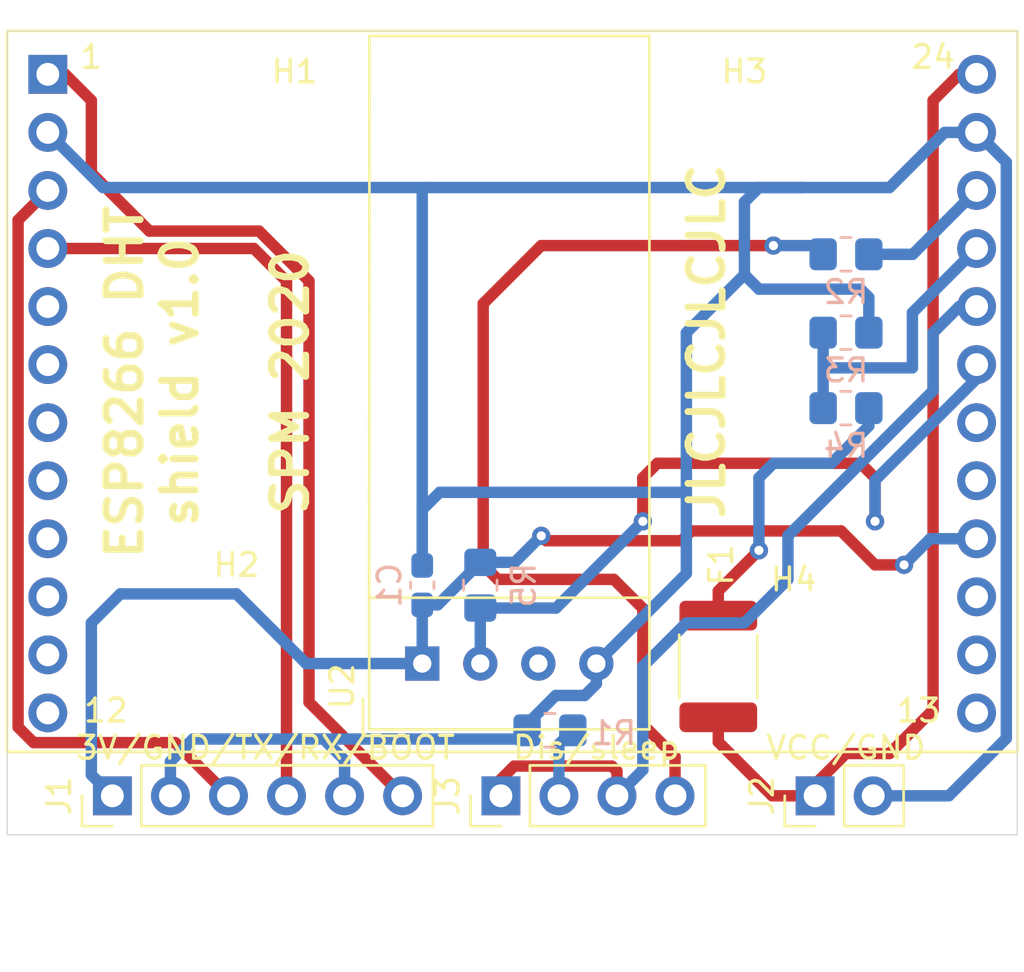
<source format=kicad_pcb>
(kicad_pcb (version 20171130) (host pcbnew 5.1.8)

  (general
    (thickness 1.6)
    (drawings 13)
    (tracks 148)
    (zones 0)
    (modules 16)
    (nets 28)
  )

  (page A4)
  (layers
    (0 F.Cu signal)
    (31 B.Cu signal)
    (32 B.Adhes user)
    (33 F.Adhes user)
    (34 B.Paste user)
    (35 F.Paste user)
    (36 B.SilkS user)
    (37 F.SilkS user)
    (38 B.Mask user)
    (39 F.Mask user)
    (40 Dwgs.User user)
    (41 Cmts.User user)
    (42 Eco1.User user)
    (43 Eco2.User user)
    (44 Edge.Cuts user)
    (45 Margin user)
    (46 B.CrtYd user)
    (47 F.CrtYd user)
    (48 B.Fab user)
    (49 F.Fab user)
  )

  (setup
    (last_trace_width 0.25)
    (user_trace_width 0.5)
    (trace_clearance 0.2)
    (zone_clearance 0.508)
    (zone_45_only no)
    (trace_min 0.2)
    (via_size 0.8)
    (via_drill 0.4)
    (via_min_size 0.4)
    (via_min_drill 0.3)
    (uvia_size 0.3)
    (uvia_drill 0.1)
    (uvias_allowed no)
    (uvia_min_size 0.2)
    (uvia_min_drill 0.1)
    (edge_width 0.05)
    (segment_width 0.2)
    (pcb_text_width 0.3)
    (pcb_text_size 1.5 1.5)
    (mod_edge_width 0.12)
    (mod_text_size 1 1)
    (mod_text_width 0.15)
    (pad_size 1.524 1.524)
    (pad_drill 0.762)
    (pad_to_mask_clearance 0)
    (aux_axis_origin 0 0)
    (visible_elements FFFFFF7F)
    (pcbplotparams
      (layerselection 0x010f0_ffffffff)
      (usegerberextensions true)
      (usegerberattributes true)
      (usegerberadvancedattributes true)
      (creategerberjobfile true)
      (excludeedgelayer true)
      (linewidth 0.100000)
      (plotframeref false)
      (viasonmask false)
      (mode 1)
      (useauxorigin false)
      (hpglpennumber 1)
      (hpglpenspeed 20)
      (hpglpendiameter 15.000000)
      (psnegative false)
      (psa4output false)
      (plotreference true)
      (plotvalue false)
      (plotinvisibletext false)
      (padsonsilk false)
      (subtractmaskfromsilk false)
      (outputformat 1)
      (mirror false)
      (drillshape 0)
      (scaleselection 1)
      (outputdirectory "gerber"))
  )

  (net 0 "")
  (net 1 "Net-(C1-Pad2)")
  (net 2 "Net-(C1-Pad1)")
  (net 3 "Net-(F1-Pad2)")
  (net 4 "Net-(F1-Pad1)")
  (net 5 "Net-(J1-Pad6)")
  (net 6 "Net-(J1-Pad4)")
  (net 7 "Net-(J1-Pad3)")
  (net 8 "Net-(J3-Pad4)")
  (net 9 "Net-(J3-Pad1)")
  (net 10 "Net-(J3-Pad2)")
  (net 11 "Net-(R2-Pad2)")
  (net 12 "Net-(R3-Pad1)")
  (net 13 "Net-(R5-Pad2)")
  (net 14 "Net-(U1-Pad13)")
  (net 15 "Net-(U1-Pad14)")
  (net 16 "Net-(U1-Pad15)")
  (net 17 "Net-(U1-Pad17)")
  (net 18 "Net-(U1-Pad18)")
  (net 19 "Net-(U1-Pad12)")
  (net 20 "Net-(U1-Pad11)")
  (net 21 "Net-(U1-Pad10)")
  (net 22 "Net-(U1-Pad9)")
  (net 23 "Net-(U1-Pad8)")
  (net 24 "Net-(U1-Pad7)")
  (net 25 "Net-(U1-Pad6)")
  (net 26 "Net-(U1-Pad5)")
  (net 27 "Net-(U2-Pad3)")

  (net_class Default "This is the default net class."
    (clearance 0.2)
    (trace_width 0.25)
    (via_dia 0.8)
    (via_drill 0.4)
    (uvia_dia 0.3)
    (uvia_drill 0.1)
    (add_net "Net-(C1-Pad1)")
    (add_net "Net-(C1-Pad2)")
    (add_net "Net-(F1-Pad1)")
    (add_net "Net-(F1-Pad2)")
    (add_net "Net-(J1-Pad3)")
    (add_net "Net-(J1-Pad4)")
    (add_net "Net-(J1-Pad6)")
    (add_net "Net-(J3-Pad1)")
    (add_net "Net-(J3-Pad2)")
    (add_net "Net-(J3-Pad4)")
    (add_net "Net-(R2-Pad2)")
    (add_net "Net-(R3-Pad1)")
    (add_net "Net-(R5-Pad2)")
    (add_net "Net-(U1-Pad10)")
    (add_net "Net-(U1-Pad11)")
    (add_net "Net-(U1-Pad12)")
    (add_net "Net-(U1-Pad13)")
    (add_net "Net-(U1-Pad14)")
    (add_net "Net-(U1-Pad15)")
    (add_net "Net-(U1-Pad17)")
    (add_net "Net-(U1-Pad18)")
    (add_net "Net-(U1-Pad5)")
    (add_net "Net-(U1-Pad6)")
    (add_net "Net-(U1-Pad7)")
    (add_net "Net-(U1-Pad8)")
    (add_net "Net-(U1-Pad9)")
    (add_net "Net-(U2-Pad3)")
  )

  (module Sensor:Aosong_DHT11_5.5x12.0_P2.54mm (layer F.Cu) (tedit 5C4B60CF) (tstamp 5FCF2F90)
    (at 114.808 84.963 90)
    (descr "Temperature and humidity module, http://akizukidenshi.com/download/ds/aosong/DHT11.pdf")
    (tags "Temperature and humidity module")
    (path /5FD4B5A2)
    (fp_text reference U2 (at -1 -3.5 90) (layer F.SilkS)
      (effects (font (size 1 1) (thickness 0.15)))
    )
    (fp_text value DHT11 (at 0 11.3 90) (layer F.Fab)
      (effects (font (size 1 1) (thickness 0.15)))
    )
    (fp_line (start -3.16 -2.6) (end -1.55 -2.6) (layer F.SilkS) (width 0.12))
    (fp_line (start -3.16 -2.6) (end -3.16 -0.6) (layer F.SilkS) (width 0.12))
    (fp_line (start -2.75 -1.19) (end -1.75 -2.19) (layer F.Fab) (width 0.1))
    (fp_line (start -3 10.06) (end -3 -2.44) (layer F.CrtYd) (width 0.05))
    (fp_line (start 3 10.06) (end -3 10.06) (layer F.CrtYd) (width 0.05))
    (fp_line (start 3 -2.44) (end 3 10.06) (layer F.CrtYd) (width 0.05))
    (fp_line (start -3 -2.44) (end 3 -2.44) (layer F.CrtYd) (width 0.05))
    (fp_line (start -2.88 9.94) (end -2.88 -2.31) (layer F.SilkS) (width 0.12))
    (fp_line (start 2.88 9.94) (end -2.88 9.94) (layer F.SilkS) (width 0.12))
    (fp_line (start 2.88 -2.32) (end 2.88 9.94) (layer F.SilkS) (width 0.12))
    (fp_line (start -2.87 -2.32) (end 2.87 -2.32) (layer F.SilkS) (width 0.12))
    (fp_line (start -2.75 -1.19) (end -2.75 9.81) (layer F.Fab) (width 0.1))
    (fp_line (start 2.75 9.81) (end -2.75 9.81) (layer F.Fab) (width 0.1))
    (fp_line (start 2.75 -2.19) (end 2.75 9.81) (layer F.Fab) (width 0.1))
    (fp_line (start -1.75 -2.19) (end 2.75 -2.19) (layer F.Fab) (width 0.1))
    (fp_text user %R (at 0 3.81 90) (layer F.Fab)
      (effects (font (size 1 1) (thickness 0.15)))
    )
    (pad 4 thru_hole circle (at 0 7.62 90) (size 1.5 1.5) (drill 0.8) (layers *.Cu *.Mask)
      (net 2 "Net-(C1-Pad1)"))
    (pad 3 thru_hole circle (at 0 5.08 90) (size 1.5 1.5) (drill 0.8) (layers *.Cu *.Mask)
      (net 27 "Net-(U2-Pad3)"))
    (pad 2 thru_hole circle (at 0 2.54 90) (size 1.5 1.5) (drill 0.8) (layers *.Cu *.Mask)
      (net 13 "Net-(R5-Pad2)"))
    (pad 1 thru_hole rect (at 0 0 90) (size 1.5 1.5) (drill 0.8) (layers *.Cu *.Mask)
      (net 1 "Net-(C1-Pad2)"))
    (model ${KISYS3DMOD}/Sensor.3dshapes/Aosong_DHT11_5.5x12.0_P2.54mm.wrl
      (at (xyz 0 0 0))
      (scale (xyz 1 1 1))
      (rotate (xyz 0 0 0))
    )
  )

  (module spm_footprints:ESP12F_spm_module_v1 (layer F.Cu) (tedit 5FCEB1CE) (tstamp 5FCF2F78)
    (at 118.745 57.277)
    (path /5FD4A918)
    (fp_text reference U1 (at 7.505 1.223) (layer F.SilkS) hide
      (effects (font (size 1 1) (thickness 0.15)))
    )
    (fp_text value ESP12F_spm_module_V1 (at 0 -0.5) (layer F.Fab)
      (effects (font (size 1 1) (thickness 0.15)))
    )
    (fp_line (start -22.352 -0.2286) (end 22.352 -0.2286) (layer F.CrtYd) (width 0.12))
    (fp_line (start -22.352 31.7754) (end -22.352 -0.2286) (layer F.CrtYd) (width 0.12))
    (fp_line (start 22.352 31.7754) (end -22.352 31.7754) (layer F.CrtYd) (width 0.12))
    (fp_line (start 22.352 -0.2286) (end 22.352 31.7754) (layer F.CrtYd) (width 0.12))
    (fp_line (start 22.11 31.55) (end -22.11 31.55) (layer F.SilkS) (width 0.12))
    (fp_line (start -22.11 0) (end -22.11 31.55) (layer F.SilkS) (width 0.12))
    (fp_line (start 22.11 0) (end 22.11 31.55) (layer F.SilkS) (width 0.12))
    (fp_line (start -22.11 0) (end 22.11 0) (layer F.SilkS) (width 0.12))
    (fp_text user 24 (at 18.415 1.143) (layer F.SilkS)
      (effects (font (size 1 1) (thickness 0.15)))
    )
    (fp_text user 13 (at 17.78 29.7434) (layer F.SilkS)
      (effects (font (size 1 1) (thickness 0.15)))
    )
    (fp_text user 12 (at -17.78 29.7434) (layer F.SilkS)
      (effects (font (size 1 1) (thickness 0.15)))
    )
    (fp_text user 1 (at -18.415 1.143) (layer F.SilkS)
      (effects (font (size 1 1) (thickness 0.15)))
    )
    (fp_text user "VIN\nGND\nRST\nADC\nGPIO16\nGPIO14\nGPIO12\nGPIO13\n3V3\nSCLK\nMOSI\nGPIO10" (at 12.7 15.7734) (layer F.SilkS) hide
      (effects (font (size 1.5 1.2) (thickness 0.15)))
    )
    (fp_text user "FLASH\nGND\nTXD\nRXD\nGPIO5\nGPIO4\nGPIO0\nGPIO2\nGPIO15\nGPIO9\nMISO\nCS0" (at -13.335 15.7734) (layer F.SilkS) hide
      (effects (font (size 1.5 1.2) (thickness 0.15)))
    )
    (pad 13 thru_hole circle (at 20.32 29.845) (size 1.7 1.7) (drill 1) (layers *.Cu *.Mask)
      (net 14 "Net-(U1-Pad13)"))
    (pad 14 thru_hole circle (at 20.32 27.305) (size 1.7 1.7) (drill 1) (layers *.Cu *.Mask)
      (net 15 "Net-(U1-Pad14)"))
    (pad 15 thru_hole circle (at 20.32 24.765) (size 1.7 1.7) (drill 1) (layers *.Cu *.Mask)
      (net 16 "Net-(U1-Pad15)"))
    (pad 16 thru_hole circle (at 20.32 22.225) (size 1.7 1.7) (drill 1) (layers *.Cu *.Mask)
      (net 1 "Net-(C1-Pad2)"))
    (pad 17 thru_hole circle (at 20.32 19.685) (size 1.7 1.7) (drill 1) (layers *.Cu *.Mask)
      (net 17 "Net-(U1-Pad17)"))
    (pad 18 thru_hole circle (at 20.32 17.145) (size 1.7 1.7) (drill 1) (layers *.Cu *.Mask)
      (net 18 "Net-(U1-Pad18)"))
    (pad 19 thru_hole circle (at 20.32 14.605) (size 1.7 1.7) (drill 1) (layers *.Cu *.Mask)
      (net 13 "Net-(R5-Pad2)"))
    (pad 20 thru_hole circle (at 20.32 12.065) (size 1.7 1.7) (drill 1) (layers *.Cu *.Mask)
      (net 9 "Net-(J3-Pad1)"))
    (pad 21 thru_hole circle (at 20.32 9.525) (size 1.7 1.7) (drill 1) (layers *.Cu *.Mask)
      (net 12 "Net-(R3-Pad1)"))
    (pad 22 thru_hole circle (at 20.32 6.985) (size 1.7 1.7) (drill 1) (layers *.Cu *.Mask)
      (net 11 "Net-(R2-Pad2)"))
    (pad 23 thru_hole circle (at 20.32 4.445) (size 1.7 1.7) (drill 1) (layers *.Cu *.Mask)
      (net 2 "Net-(C1-Pad1)"))
    (pad 24 thru_hole circle (at 20.32 1.905) (size 1.7 1.7) (drill 1) (layers *.Cu *.Mask)
      (net 3 "Net-(F1-Pad2)"))
    (pad 12 thru_hole circle (at -20.32 29.845) (size 1.7 1.7) (drill 1) (layers *.Cu *.Mask)
      (net 19 "Net-(U1-Pad12)"))
    (pad 11 thru_hole circle (at -20.32 27.305) (size 1.7 1.7) (drill 1) (layers *.Cu *.Mask)
      (net 20 "Net-(U1-Pad11)"))
    (pad 10 thru_hole circle (at -20.32 24.765) (size 1.7 1.7) (drill 1) (layers *.Cu *.Mask)
      (net 21 "Net-(U1-Pad10)"))
    (pad 9 thru_hole circle (at -20.32 22.225) (size 1.7 1.7) (drill 1) (layers *.Cu *.Mask)
      (net 22 "Net-(U1-Pad9)"))
    (pad 8 thru_hole circle (at -20.32 19.685) (size 1.7 1.7) (drill 1) (layers *.Cu *.Mask)
      (net 23 "Net-(U1-Pad8)"))
    (pad 7 thru_hole circle (at -20.32 17.145) (size 1.7 1.7) (drill 1) (layers *.Cu *.Mask)
      (net 24 "Net-(U1-Pad7)"))
    (pad 6 thru_hole circle (at -20.32 14.605) (size 1.7 1.7) (drill 1) (layers *.Cu *.Mask)
      (net 25 "Net-(U1-Pad6)"))
    (pad 5 thru_hole circle (at -20.32 12.065) (size 1.7 1.7) (drill 1) (layers *.Cu *.Mask)
      (net 26 "Net-(U1-Pad5)"))
    (pad 4 thru_hole circle (at -20.32 9.525) (size 1.7 1.7) (drill 1) (layers *.Cu *.Mask)
      (net 6 "Net-(J1-Pad4)"))
    (pad 3 thru_hole circle (at -20.32 6.985) (size 1.7 1.7) (drill 1) (layers *.Cu *.Mask)
      (net 7 "Net-(J1-Pad3)"))
    (pad 2 thru_hole circle (at -20.32 4.445) (size 1.7 1.7) (drill 1) (layers *.Cu *.Mask)
      (net 2 "Net-(C1-Pad1)"))
    (pad 1 thru_hole rect (at -20.32 1.905) (size 1.7 1.7) (drill 1) (layers *.Cu *.Mask)
      (net 5 "Net-(J1-Pad6)"))
  )

  (module Resistor_SMD:R_0805_2012Metric_Pad1.20x1.40mm_HandSolder (layer B.Cu) (tedit 5F68FEEE) (tstamp 5FCF2F4E)
    (at 117.348 81.534 270)
    (descr "Resistor SMD 0805 (2012 Metric), square (rectangular) end terminal, IPC_7351 nominal with elongated pad for handsoldering. (Body size source: IPC-SM-782 page 72, https://www.pcb-3d.com/wordpress/wp-content/uploads/ipc-sm-782a_amendment_1_and_2.pdf), generated with kicad-footprint-generator")
    (tags "resistor handsolder")
    (path /5FD8D16B)
    (attr smd)
    (fp_text reference R5 (at 0 -1.905 90) (layer B.SilkS)
      (effects (font (size 1 1) (thickness 0.15)) (justify mirror))
    )
    (fp_text value 4k7 (at 0 -1.65 90) (layer B.Fab)
      (effects (font (size 1 1) (thickness 0.15)) (justify mirror))
    )
    (fp_line (start 1.85 -0.95) (end -1.85 -0.95) (layer B.CrtYd) (width 0.05))
    (fp_line (start 1.85 0.95) (end 1.85 -0.95) (layer B.CrtYd) (width 0.05))
    (fp_line (start -1.85 0.95) (end 1.85 0.95) (layer B.CrtYd) (width 0.05))
    (fp_line (start -1.85 -0.95) (end -1.85 0.95) (layer B.CrtYd) (width 0.05))
    (fp_line (start -0.227064 -0.735) (end 0.227064 -0.735) (layer B.SilkS) (width 0.12))
    (fp_line (start -0.227064 0.735) (end 0.227064 0.735) (layer B.SilkS) (width 0.12))
    (fp_line (start 1 -0.625) (end -1 -0.625) (layer B.Fab) (width 0.1))
    (fp_line (start 1 0.625) (end 1 -0.625) (layer B.Fab) (width 0.1))
    (fp_line (start -1 0.625) (end 1 0.625) (layer B.Fab) (width 0.1))
    (fp_line (start -1 -0.625) (end -1 0.625) (layer B.Fab) (width 0.1))
    (fp_text user %R (at 0 0 90) (layer B.Fab)
      (effects (font (size 0.5 0.5) (thickness 0.08)) (justify mirror))
    )
    (pad 2 smd roundrect (at 1 0 270) (size 1.2 1.4) (layers B.Cu B.Paste B.Mask) (roundrect_rratio 0.2083325)
      (net 13 "Net-(R5-Pad2)"))
    (pad 1 smd roundrect (at -1 0 270) (size 1.2 1.4) (layers B.Cu B.Paste B.Mask) (roundrect_rratio 0.2083325)
      (net 1 "Net-(C1-Pad2)"))
    (model ${KISYS3DMOD}/Resistor_SMD.3dshapes/R_0805_2012Metric.wrl
      (at (xyz 0 0 0))
      (scale (xyz 1 1 1))
      (rotate (xyz 0 0 0))
    )
  )

  (module Resistor_SMD:R_0805_2012Metric_Pad1.20x1.40mm_HandSolder (layer B.Cu) (tedit 5F68FEEE) (tstamp 5FCF2F3D)
    (at 133.35 73.787)
    (descr "Resistor SMD 0805 (2012 Metric), square (rectangular) end terminal, IPC_7351 nominal with elongated pad for handsoldering. (Body size source: IPC-SM-782 page 72, https://www.pcb-3d.com/wordpress/wp-content/uploads/ipc-sm-782a_amendment_1_and_2.pdf), generated with kicad-footprint-generator")
    (tags "resistor handsolder")
    (path /5FD6034A)
    (attr smd)
    (fp_text reference R4 (at 0 1.65) (layer B.SilkS)
      (effects (font (size 1 1) (thickness 0.15)) (justify mirror))
    )
    (fp_text value 560k (at 0 -1.65) (layer B.Fab)
      (effects (font (size 1 1) (thickness 0.15)) (justify mirror))
    )
    (fp_line (start 1.85 -0.95) (end -1.85 -0.95) (layer B.CrtYd) (width 0.05))
    (fp_line (start 1.85 0.95) (end 1.85 -0.95) (layer B.CrtYd) (width 0.05))
    (fp_line (start -1.85 0.95) (end 1.85 0.95) (layer B.CrtYd) (width 0.05))
    (fp_line (start -1.85 -0.95) (end -1.85 0.95) (layer B.CrtYd) (width 0.05))
    (fp_line (start -0.227064 -0.735) (end 0.227064 -0.735) (layer B.SilkS) (width 0.12))
    (fp_line (start -0.227064 0.735) (end 0.227064 0.735) (layer B.SilkS) (width 0.12))
    (fp_line (start 1 -0.625) (end -1 -0.625) (layer B.Fab) (width 0.1))
    (fp_line (start 1 0.625) (end 1 -0.625) (layer B.Fab) (width 0.1))
    (fp_line (start -1 0.625) (end 1 0.625) (layer B.Fab) (width 0.1))
    (fp_line (start -1 -0.625) (end -1 0.625) (layer B.Fab) (width 0.1))
    (fp_text user %R (at 0 0) (layer B.Fab)
      (effects (font (size 0.5 0.5) (thickness 0.08)) (justify mirror))
    )
    (pad 2 smd roundrect (at 1 0) (size 1.2 1.4) (layers B.Cu B.Paste B.Mask) (roundrect_rratio 0.2083325)
      (net 4 "Net-(F1-Pad1)"))
    (pad 1 smd roundrect (at -1 0) (size 1.2 1.4) (layers B.Cu B.Paste B.Mask) (roundrect_rratio 0.2083325)
      (net 12 "Net-(R3-Pad1)"))
    (model ${KISYS3DMOD}/Resistor_SMD.3dshapes/R_0805_2012Metric.wrl
      (at (xyz 0 0 0))
      (scale (xyz 1 1 1))
      (rotate (xyz 0 0 0))
    )
  )

  (module Resistor_SMD:R_0805_2012Metric_Pad1.20x1.40mm_HandSolder (layer B.Cu) (tedit 5F68FEEE) (tstamp 5FCF2F2C)
    (at 133.35 70.485)
    (descr "Resistor SMD 0805 (2012 Metric), square (rectangular) end terminal, IPC_7351 nominal with elongated pad for handsoldering. (Body size source: IPC-SM-782 page 72, https://www.pcb-3d.com/wordpress/wp-content/uploads/ipc-sm-782a_amendment_1_and_2.pdf), generated with kicad-footprint-generator")
    (tags "resistor handsolder")
    (path /5FD5FC93)
    (attr smd)
    (fp_text reference R3 (at 0 1.65) (layer B.SilkS)
      (effects (font (size 1 1) (thickness 0.15)) (justify mirror))
    )
    (fp_text value 120k (at 0 -1.65) (layer B.Fab)
      (effects (font (size 1 1) (thickness 0.15)) (justify mirror))
    )
    (fp_line (start 1.85 -0.95) (end -1.85 -0.95) (layer B.CrtYd) (width 0.05))
    (fp_line (start 1.85 0.95) (end 1.85 -0.95) (layer B.CrtYd) (width 0.05))
    (fp_line (start -1.85 0.95) (end 1.85 0.95) (layer B.CrtYd) (width 0.05))
    (fp_line (start -1.85 -0.95) (end -1.85 0.95) (layer B.CrtYd) (width 0.05))
    (fp_line (start -0.227064 -0.735) (end 0.227064 -0.735) (layer B.SilkS) (width 0.12))
    (fp_line (start -0.227064 0.735) (end 0.227064 0.735) (layer B.SilkS) (width 0.12))
    (fp_line (start 1 -0.625) (end -1 -0.625) (layer B.Fab) (width 0.1))
    (fp_line (start 1 0.625) (end 1 -0.625) (layer B.Fab) (width 0.1))
    (fp_line (start -1 0.625) (end 1 0.625) (layer B.Fab) (width 0.1))
    (fp_line (start -1 -0.625) (end -1 0.625) (layer B.Fab) (width 0.1))
    (fp_text user %R (at 0 0) (layer B.Fab)
      (effects (font (size 0.5 0.5) (thickness 0.08)) (justify mirror))
    )
    (pad 2 smd roundrect (at 1 0) (size 1.2 1.4) (layers B.Cu B.Paste B.Mask) (roundrect_rratio 0.2083325)
      (net 2 "Net-(C1-Pad1)"))
    (pad 1 smd roundrect (at -1 0) (size 1.2 1.4) (layers B.Cu B.Paste B.Mask) (roundrect_rratio 0.2083325)
      (net 12 "Net-(R3-Pad1)"))
    (model ${KISYS3DMOD}/Resistor_SMD.3dshapes/R_0805_2012Metric.wrl
      (at (xyz 0 0 0))
      (scale (xyz 1 1 1))
      (rotate (xyz 0 0 0))
    )
  )

  (module Resistor_SMD:R_0805_2012Metric_Pad1.20x1.40mm_HandSolder (layer B.Cu) (tedit 5F68FEEE) (tstamp 5FCF2F1B)
    (at 133.35 67.056)
    (descr "Resistor SMD 0805 (2012 Metric), square (rectangular) end terminal, IPC_7351 nominal with elongated pad for handsoldering. (Body size source: IPC-SM-782 page 72, https://www.pcb-3d.com/wordpress/wp-content/uploads/ipc-sm-782a_amendment_1_and_2.pdf), generated with kicad-footprint-generator")
    (tags "resistor handsolder")
    (path /5FD51C4D)
    (attr smd)
    (fp_text reference R2 (at 0 1.65) (layer B.SilkS)
      (effects (font (size 1 1) (thickness 0.15)) (justify mirror))
    )
    (fp_text value 150R (at 0 -1.65) (layer B.Fab)
      (effects (font (size 1 1) (thickness 0.15)) (justify mirror))
    )
    (fp_line (start 1.85 -0.95) (end -1.85 -0.95) (layer B.CrtYd) (width 0.05))
    (fp_line (start 1.85 0.95) (end 1.85 -0.95) (layer B.CrtYd) (width 0.05))
    (fp_line (start -1.85 0.95) (end 1.85 0.95) (layer B.CrtYd) (width 0.05))
    (fp_line (start -1.85 -0.95) (end -1.85 0.95) (layer B.CrtYd) (width 0.05))
    (fp_line (start -0.227064 -0.735) (end 0.227064 -0.735) (layer B.SilkS) (width 0.12))
    (fp_line (start -0.227064 0.735) (end 0.227064 0.735) (layer B.SilkS) (width 0.12))
    (fp_line (start 1 -0.625) (end -1 -0.625) (layer B.Fab) (width 0.1))
    (fp_line (start 1 0.625) (end 1 -0.625) (layer B.Fab) (width 0.1))
    (fp_line (start -1 0.625) (end 1 0.625) (layer B.Fab) (width 0.1))
    (fp_line (start -1 -0.625) (end -1 0.625) (layer B.Fab) (width 0.1))
    (fp_text user %R (at 0 0) (layer B.Fab)
      (effects (font (size 0.5 0.5) (thickness 0.08)) (justify mirror))
    )
    (pad 2 smd roundrect (at 1 0) (size 1.2 1.4) (layers B.Cu B.Paste B.Mask) (roundrect_rratio 0.2083325)
      (net 11 "Net-(R2-Pad2)"))
    (pad 1 smd roundrect (at -1 0) (size 1.2 1.4) (layers B.Cu B.Paste B.Mask) (roundrect_rratio 0.2083325)
      (net 8 "Net-(J3-Pad4)"))
    (model ${KISYS3DMOD}/Resistor_SMD.3dshapes/R_0805_2012Metric.wrl
      (at (xyz 0 0 0))
      (scale (xyz 1 1 1))
      (rotate (xyz 0 0 0))
    )
  )

  (module Resistor_SMD:R_0805_2012Metric_Pad1.20x1.40mm_HandSolder (layer B.Cu) (tedit 5F68FEEE) (tstamp 5FCF2F0A)
    (at 120.396 87.884)
    (descr "Resistor SMD 0805 (2012 Metric), square (rectangular) end terminal, IPC_7351 nominal with elongated pad for handsoldering. (Body size source: IPC-SM-782 page 72, https://www.pcb-3d.com/wordpress/wp-content/uploads/ipc-sm-782a_amendment_1_and_2.pdf), generated with kicad-footprint-generator")
    (tags "resistor handsolder")
    (path /5FD4BBD5)
    (attr smd)
    (fp_text reference R1 (at 2.794 0.127) (layer B.SilkS)
      (effects (font (size 1 1) (thickness 0.15)) (justify mirror))
    )
    (fp_text value 1k (at 0 -1.65) (layer B.Fab)
      (effects (font (size 1 1) (thickness 0.15)) (justify mirror))
    )
    (fp_line (start 1.85 -0.95) (end -1.85 -0.95) (layer B.CrtYd) (width 0.05))
    (fp_line (start 1.85 0.95) (end 1.85 -0.95) (layer B.CrtYd) (width 0.05))
    (fp_line (start -1.85 0.95) (end 1.85 0.95) (layer B.CrtYd) (width 0.05))
    (fp_line (start -1.85 -0.95) (end -1.85 0.95) (layer B.CrtYd) (width 0.05))
    (fp_line (start -0.227064 -0.735) (end 0.227064 -0.735) (layer B.SilkS) (width 0.12))
    (fp_line (start -0.227064 0.735) (end 0.227064 0.735) (layer B.SilkS) (width 0.12))
    (fp_line (start 1 -0.625) (end -1 -0.625) (layer B.Fab) (width 0.1))
    (fp_line (start 1 0.625) (end 1 -0.625) (layer B.Fab) (width 0.1))
    (fp_line (start -1 0.625) (end 1 0.625) (layer B.Fab) (width 0.1))
    (fp_line (start -1 -0.625) (end -1 0.625) (layer B.Fab) (width 0.1))
    (fp_text user %R (at 0 0) (layer B.Fab)
      (effects (font (size 0.5 0.5) (thickness 0.08)) (justify mirror))
    )
    (pad 2 smd roundrect (at 1 0) (size 1.2 1.4) (layers B.Cu B.Paste B.Mask) (roundrect_rratio 0.2083325)
      (net 10 "Net-(J3-Pad2)"))
    (pad 1 smd roundrect (at -1 0) (size 1.2 1.4) (layers B.Cu B.Paste B.Mask) (roundrect_rratio 0.2083325)
      (net 2 "Net-(C1-Pad1)"))
    (model ${KISYS3DMOD}/Resistor_SMD.3dshapes/R_0805_2012Metric.wrl
      (at (xyz 0 0 0))
      (scale (xyz 1 1 1))
      (rotate (xyz 0 0 0))
    )
  )

  (module Connector_PinHeader_2.54mm:PinHeader_1x04_P2.54mm_Vertical (layer F.Cu) (tedit 59FED5CC) (tstamp 5FCF2EF9)
    (at 118.25 90.75 90)
    (descr "Through hole straight pin header, 1x04, 2.54mm pitch, single row")
    (tags "Through hole pin header THT 1x04 2.54mm single row")
    (path /5FDA11D2)
    (fp_text reference J3 (at 0 -2.33 90) (layer F.SilkS)
      (effects (font (size 1 1) (thickness 0.15)))
    )
    (fp_text value Conn_01x04_Female (at 0 9.95 90) (layer F.Fab)
      (effects (font (size 1 1) (thickness 0.15)))
    )
    (fp_line (start 1.8 -1.8) (end -1.8 -1.8) (layer F.CrtYd) (width 0.05))
    (fp_line (start 1.8 9.4) (end 1.8 -1.8) (layer F.CrtYd) (width 0.05))
    (fp_line (start -1.8 9.4) (end 1.8 9.4) (layer F.CrtYd) (width 0.05))
    (fp_line (start -1.8 -1.8) (end -1.8 9.4) (layer F.CrtYd) (width 0.05))
    (fp_line (start -1.33 -1.33) (end 0 -1.33) (layer F.SilkS) (width 0.12))
    (fp_line (start -1.33 0) (end -1.33 -1.33) (layer F.SilkS) (width 0.12))
    (fp_line (start -1.33 1.27) (end 1.33 1.27) (layer F.SilkS) (width 0.12))
    (fp_line (start 1.33 1.27) (end 1.33 8.95) (layer F.SilkS) (width 0.12))
    (fp_line (start -1.33 1.27) (end -1.33 8.95) (layer F.SilkS) (width 0.12))
    (fp_line (start -1.33 8.95) (end 1.33 8.95) (layer F.SilkS) (width 0.12))
    (fp_line (start -1.27 -0.635) (end -0.635 -1.27) (layer F.Fab) (width 0.1))
    (fp_line (start -1.27 8.89) (end -1.27 -0.635) (layer F.Fab) (width 0.1))
    (fp_line (start 1.27 8.89) (end -1.27 8.89) (layer F.Fab) (width 0.1))
    (fp_line (start 1.27 -1.27) (end 1.27 8.89) (layer F.Fab) (width 0.1))
    (fp_line (start -0.635 -1.27) (end 1.27 -1.27) (layer F.Fab) (width 0.1))
    (fp_text user %R (at 0 3.81) (layer F.Fab)
      (effects (font (size 1 1) (thickness 0.15)))
    )
    (pad 4 thru_hole oval (at 0 7.62 90) (size 1.7 1.7) (drill 1) (layers *.Cu *.Mask)
      (net 8 "Net-(J3-Pad4)"))
    (pad 3 thru_hole oval (at 0 5.08 90) (size 1.7 1.7) (drill 1) (layers *.Cu *.Mask)
      (net 9 "Net-(J3-Pad1)"))
    (pad 2 thru_hole oval (at 0 2.54 90) (size 1.7 1.7) (drill 1) (layers *.Cu *.Mask)
      (net 10 "Net-(J3-Pad2)"))
    (pad 1 thru_hole rect (at 0 0 90) (size 1.7 1.7) (drill 1) (layers *.Cu *.Mask)
      (net 9 "Net-(J3-Pad1)"))
    (model ${KISYS3DMOD}/Connector_PinHeader_2.54mm.3dshapes/PinHeader_1x04_P2.54mm_Vertical.wrl
      (at (xyz 0 0 0))
      (scale (xyz 1 1 1))
      (rotate (xyz 0 0 0))
    )
  )

  (module Connector_PinHeader_2.54mm:PinHeader_1x02_P2.54mm_Vertical (layer F.Cu) (tedit 59FED5CC) (tstamp 5FCF2EE1)
    (at 132 90.75 90)
    (descr "Through hole straight pin header, 1x02, 2.54mm pitch, single row")
    (tags "Through hole pin header THT 1x02 2.54mm single row")
    (path /5FD67C2E)
    (fp_text reference J2 (at 0 -2.33 90) (layer F.SilkS)
      (effects (font (size 1 1) (thickness 0.15)))
    )
    (fp_text value Conn_01x02_Male (at 0 4.87 90) (layer F.Fab)
      (effects (font (size 1 1) (thickness 0.15)))
    )
    (fp_line (start 1.8 -1.8) (end -1.8 -1.8) (layer F.CrtYd) (width 0.05))
    (fp_line (start 1.8 4.35) (end 1.8 -1.8) (layer F.CrtYd) (width 0.05))
    (fp_line (start -1.8 4.35) (end 1.8 4.35) (layer F.CrtYd) (width 0.05))
    (fp_line (start -1.8 -1.8) (end -1.8 4.35) (layer F.CrtYd) (width 0.05))
    (fp_line (start -1.33 -1.33) (end 0 -1.33) (layer F.SilkS) (width 0.12))
    (fp_line (start -1.33 0) (end -1.33 -1.33) (layer F.SilkS) (width 0.12))
    (fp_line (start -1.33 1.27) (end 1.33 1.27) (layer F.SilkS) (width 0.12))
    (fp_line (start 1.33 1.27) (end 1.33 3.87) (layer F.SilkS) (width 0.12))
    (fp_line (start -1.33 1.27) (end -1.33 3.87) (layer F.SilkS) (width 0.12))
    (fp_line (start -1.33 3.87) (end 1.33 3.87) (layer F.SilkS) (width 0.12))
    (fp_line (start -1.27 -0.635) (end -0.635 -1.27) (layer F.Fab) (width 0.1))
    (fp_line (start -1.27 3.81) (end -1.27 -0.635) (layer F.Fab) (width 0.1))
    (fp_line (start 1.27 3.81) (end -1.27 3.81) (layer F.Fab) (width 0.1))
    (fp_line (start 1.27 -1.27) (end 1.27 3.81) (layer F.Fab) (width 0.1))
    (fp_line (start -0.635 -1.27) (end 1.27 -1.27) (layer F.Fab) (width 0.1))
    (fp_text user %R (at 0 1.27) (layer F.Fab)
      (effects (font (size 1 1) (thickness 0.15)))
    )
    (pad 2 thru_hole oval (at 0 2.54 90) (size 1.7 1.7) (drill 1) (layers *.Cu *.Mask)
      (net 2 "Net-(C1-Pad1)"))
    (pad 1 thru_hole rect (at 0 0 90) (size 1.7 1.7) (drill 1) (layers *.Cu *.Mask)
      (net 3 "Net-(F1-Pad2)"))
    (model ${KISYS3DMOD}/Connector_PinHeader_2.54mm.3dshapes/PinHeader_1x02_P2.54mm_Vertical.wrl
      (at (xyz 0 0 0))
      (scale (xyz 1 1 1))
      (rotate (xyz 0 0 0))
    )
  )

  (module Connector_PinHeader_2.54mm:PinHeader_1x06_P2.54mm_Vertical (layer F.Cu) (tedit 59FED5CC) (tstamp 5FCF2ECB)
    (at 101.25 90.75 90)
    (descr "Through hole straight pin header, 1x06, 2.54mm pitch, single row")
    (tags "Through hole pin header THT 1x06 2.54mm single row")
    (path /5FDAF3FA)
    (fp_text reference J1 (at 0 -2.33 90) (layer F.SilkS)
      (effects (font (size 1 1) (thickness 0.15)))
    )
    (fp_text value Conn_01x06_Male (at 0 15.03 90) (layer F.Fab)
      (effects (font (size 1 1) (thickness 0.15)))
    )
    (fp_line (start 1.8 -1.8) (end -1.8 -1.8) (layer F.CrtYd) (width 0.05))
    (fp_line (start 1.8 14.5) (end 1.8 -1.8) (layer F.CrtYd) (width 0.05))
    (fp_line (start -1.8 14.5) (end 1.8 14.5) (layer F.CrtYd) (width 0.05))
    (fp_line (start -1.8 -1.8) (end -1.8 14.5) (layer F.CrtYd) (width 0.05))
    (fp_line (start -1.33 -1.33) (end 0 -1.33) (layer F.SilkS) (width 0.12))
    (fp_line (start -1.33 0) (end -1.33 -1.33) (layer F.SilkS) (width 0.12))
    (fp_line (start -1.33 1.27) (end 1.33 1.27) (layer F.SilkS) (width 0.12))
    (fp_line (start 1.33 1.27) (end 1.33 14.03) (layer F.SilkS) (width 0.12))
    (fp_line (start -1.33 1.27) (end -1.33 14.03) (layer F.SilkS) (width 0.12))
    (fp_line (start -1.33 14.03) (end 1.33 14.03) (layer F.SilkS) (width 0.12))
    (fp_line (start -1.27 -0.635) (end -0.635 -1.27) (layer F.Fab) (width 0.1))
    (fp_line (start -1.27 13.97) (end -1.27 -0.635) (layer F.Fab) (width 0.1))
    (fp_line (start 1.27 13.97) (end -1.27 13.97) (layer F.Fab) (width 0.1))
    (fp_line (start 1.27 -1.27) (end 1.27 13.97) (layer F.Fab) (width 0.1))
    (fp_line (start -0.635 -1.27) (end 1.27 -1.27) (layer F.Fab) (width 0.1))
    (fp_text user %R (at 0 6.35) (layer F.Fab)
      (effects (font (size 1 1) (thickness 0.15)))
    )
    (pad 6 thru_hole oval (at 0 12.7 90) (size 1.7 1.7) (drill 1) (layers *.Cu *.Mask)
      (net 5 "Net-(J1-Pad6)"))
    (pad 5 thru_hole oval (at 0 10.16 90) (size 1.7 1.7) (drill 1) (layers *.Cu *.Mask)
      (net 2 "Net-(C1-Pad1)"))
    (pad 4 thru_hole oval (at 0 7.62 90) (size 1.7 1.7) (drill 1) (layers *.Cu *.Mask)
      (net 6 "Net-(J1-Pad4)"))
    (pad 3 thru_hole oval (at 0 5.08 90) (size 1.7 1.7) (drill 1) (layers *.Cu *.Mask)
      (net 7 "Net-(J1-Pad3)"))
    (pad 2 thru_hole oval (at 0 2.54 90) (size 1.7 1.7) (drill 1) (layers *.Cu *.Mask)
      (net 2 "Net-(C1-Pad1)"))
    (pad 1 thru_hole rect (at 0 0 90) (size 1.7 1.7) (drill 1) (layers *.Cu *.Mask)
      (net 1 "Net-(C1-Pad2)"))
    (model ${KISYS3DMOD}/Connector_PinHeader_2.54mm.3dshapes/PinHeader_1x06_P2.54mm_Vertical.wrl
      (at (xyz 0 0 0))
      (scale (xyz 1 1 1))
      (rotate (xyz 0 0 0))
    )
  )

  (module MountingHole:MountingHole_2.7mm_M2.5 (layer F.Cu) (tedit 56D1B4CB) (tstamp 5FCF2EB1)
    (at 133.065 84.997)
    (descr "Mounting Hole 2.7mm, no annular, M2.5")
    (tags "mounting hole 2.7mm no annular m2.5")
    (path /5FDC7E41)
    (attr virtual)
    (fp_text reference H4 (at -2.001 -3.717) (layer F.SilkS)
      (effects (font (size 1 1) (thickness 0.15)))
    )
    (fp_text value MountingHole (at 0 3.7) (layer F.Fab)
      (effects (font (size 1 1) (thickness 0.15)))
    )
    (fp_circle (center 0 0) (end 2.95 0) (layer F.CrtYd) (width 0.05))
    (fp_circle (center 0 0) (end 2.7 0) (layer Cmts.User) (width 0.15))
    (fp_text user %R (at 0.3 0) (layer F.Fab)
      (effects (font (size 1 1) (thickness 0.15)))
    )
    (pad 1 np_thru_hole circle (at 0 0) (size 2.7 2.7) (drill 2.7) (layers *.Cu *.Mask))
  )

  (module MountingHole:MountingHole_2.7mm_M2.5 (layer F.Cu) (tedit 56D1B4CB) (tstamp 5FCF2EA9)
    (at 133.065 60.497)
    (descr "Mounting Hole 2.7mm, no annular, M2.5")
    (tags "mounting hole 2.7mm no annular m2.5")
    (path /5FDC7760)
    (attr virtual)
    (fp_text reference H3 (at -4.16 -1.442) (layer F.SilkS)
      (effects (font (size 1 1) (thickness 0.15)))
    )
    (fp_text value MountingHole (at 0 3.7) (layer F.Fab)
      (effects (font (size 1 1) (thickness 0.15)))
    )
    (fp_circle (center 0 0) (end 2.95 0) (layer F.CrtYd) (width 0.05))
    (fp_circle (center 0 0) (end 2.7 0) (layer Cmts.User) (width 0.15))
    (fp_text user %R (at 0.3 0) (layer F.Fab)
      (effects (font (size 1 1) (thickness 0.15)))
    )
    (pad 1 np_thru_hole circle (at 0 0) (size 2.7 2.7) (drill 2.7) (layers *.Cu *.Mask))
  )

  (module MountingHole:MountingHole_2.7mm_M2.5 (layer F.Cu) (tedit 56D1B4CB) (tstamp 5FCF2EA1)
    (at 104.065 84.997)
    (descr "Mounting Hole 2.7mm, no annular, M2.5")
    (tags "mounting hole 2.7mm no annular m2.5")
    (path /5FDC7AC5)
    (attr virtual)
    (fp_text reference H2 (at 2.615 -4.352) (layer F.SilkS)
      (effects (font (size 1 1) (thickness 0.15)))
    )
    (fp_text value MountingHole (at 0 3.7) (layer F.Fab)
      (effects (font (size 1 1) (thickness 0.15)))
    )
    (fp_circle (center 0 0) (end 2.95 0) (layer F.CrtYd) (width 0.05))
    (fp_circle (center 0 0) (end 2.7 0) (layer Cmts.User) (width 0.15))
    (fp_text user %R (at 0.3 0) (layer F.Fab)
      (effects (font (size 1 1) (thickness 0.15)))
    )
    (pad 1 np_thru_hole circle (at 0 0) (size 2.7 2.7) (drill 2.7) (layers *.Cu *.Mask))
  )

  (module MountingHole:MountingHole_2.7mm_M2.5 (layer F.Cu) (tedit 56D1B4CB) (tstamp 5FCF2E99)
    (at 104.065 60.497)
    (descr "Mounting Hole 2.7mm, no annular, M2.5")
    (tags "mounting hole 2.7mm no annular m2.5")
    (path /5FDC73E2)
    (attr virtual)
    (fp_text reference H1 (at 5.155 -1.442) (layer F.SilkS)
      (effects (font (size 1 1) (thickness 0.15)))
    )
    (fp_text value MountingHole (at 0 3.7) (layer F.Fab)
      (effects (font (size 1 1) (thickness 0.15)))
    )
    (fp_circle (center 0 0) (end 2.95 0) (layer F.CrtYd) (width 0.05))
    (fp_circle (center 0 0) (end 2.7 0) (layer Cmts.User) (width 0.15))
    (fp_text user %R (at 0.3 0) (layer F.Fab)
      (effects (font (size 1 1) (thickness 0.15)))
    )
    (pad 1 np_thru_hole circle (at 0 0) (size 2.7 2.7) (drill 2.7) (layers *.Cu *.Mask))
  )

  (module Fuse:Fuse_1812_4532Metric_Pad1.30x3.40mm_HandSolder (layer F.Cu) (tedit 5F68FEF1) (tstamp 5FCF2E91)
    (at 127.762 85.09 270)
    (descr "Fuse SMD 1812 (4532 Metric), square (rectangular) end terminal, IPC_7351 nominal with elongated pad for handsoldering. (Body size source: https://www.nikhef.nl/pub/departments/mt/projects/detectorR_D/dtddice/ERJ2G.pdf), generated with kicad-footprint-generator")
    (tags "fuse handsolder")
    (path /5FD690CF)
    (attr smd)
    (fp_text reference F1 (at -4.445 -0.127 90) (layer F.SilkS)
      (effects (font (size 1 1) (thickness 0.15)))
    )
    (fp_text value 100mA (at 0 2.65 90) (layer F.Fab)
      (effects (font (size 1 1) (thickness 0.15)))
    )
    (fp_line (start 3.12 1.95) (end -3.12 1.95) (layer F.CrtYd) (width 0.05))
    (fp_line (start 3.12 -1.95) (end 3.12 1.95) (layer F.CrtYd) (width 0.05))
    (fp_line (start -3.12 -1.95) (end 3.12 -1.95) (layer F.CrtYd) (width 0.05))
    (fp_line (start -3.12 1.95) (end -3.12 -1.95) (layer F.CrtYd) (width 0.05))
    (fp_line (start -1.386252 1.71) (end 1.386252 1.71) (layer F.SilkS) (width 0.12))
    (fp_line (start -1.386252 -1.71) (end 1.386252 -1.71) (layer F.SilkS) (width 0.12))
    (fp_line (start 2.25 1.6) (end -2.25 1.6) (layer F.Fab) (width 0.1))
    (fp_line (start 2.25 -1.6) (end 2.25 1.6) (layer F.Fab) (width 0.1))
    (fp_line (start -2.25 -1.6) (end 2.25 -1.6) (layer F.Fab) (width 0.1))
    (fp_line (start -2.25 1.6) (end -2.25 -1.6) (layer F.Fab) (width 0.1))
    (fp_text user %R (at 0 0 90) (layer F.Fab)
      (effects (font (size 1 1) (thickness 0.15)))
    )
    (pad 2 smd roundrect (at 2.225 0 270) (size 1.3 3.4) (layers F.Cu F.Paste F.Mask) (roundrect_rratio 0.1923076923076923)
      (net 3 "Net-(F1-Pad2)"))
    (pad 1 smd roundrect (at -2.225 0 270) (size 1.3 3.4) (layers F.Cu F.Paste F.Mask) (roundrect_rratio 0.1923076923076923)
      (net 4 "Net-(F1-Pad1)"))
    (model ${KISYS3DMOD}/Fuse.3dshapes/Fuse_1812_4532Metric.wrl
      (at (xyz 0 0 0))
      (scale (xyz 1 1 1))
      (rotate (xyz 0 0 0))
    )
  )

  (module Capacitor_SMD:C_0603_1608Metric_Pad1.08x0.95mm_HandSolder (layer B.Cu) (tedit 5F68FEEF) (tstamp 5FCF2E80)
    (at 114.808 81.534 270)
    (descr "Capacitor SMD 0603 (1608 Metric), square (rectangular) end terminal, IPC_7351 nominal with elongated pad for handsoldering. (Body size source: IPC-SM-782 page 76, https://www.pcb-3d.com/wordpress/wp-content/uploads/ipc-sm-782a_amendment_1_and_2.pdf), generated with kicad-footprint-generator")
    (tags "capacitor handsolder")
    (path /5FD80320)
    (attr smd)
    (fp_text reference C1 (at 0 1.43 90) (layer B.SilkS)
      (effects (font (size 1 1) (thickness 0.15)) (justify mirror))
    )
    (fp_text value 100n (at 0 -1.43 90) (layer B.Fab)
      (effects (font (size 1 1) (thickness 0.15)) (justify mirror))
    )
    (fp_line (start 1.65 -0.73) (end -1.65 -0.73) (layer B.CrtYd) (width 0.05))
    (fp_line (start 1.65 0.73) (end 1.65 -0.73) (layer B.CrtYd) (width 0.05))
    (fp_line (start -1.65 0.73) (end 1.65 0.73) (layer B.CrtYd) (width 0.05))
    (fp_line (start -1.65 -0.73) (end -1.65 0.73) (layer B.CrtYd) (width 0.05))
    (fp_line (start -0.146267 -0.51) (end 0.146267 -0.51) (layer B.SilkS) (width 0.12))
    (fp_line (start -0.146267 0.51) (end 0.146267 0.51) (layer B.SilkS) (width 0.12))
    (fp_line (start 0.8 -0.4) (end -0.8 -0.4) (layer B.Fab) (width 0.1))
    (fp_line (start 0.8 0.4) (end 0.8 -0.4) (layer B.Fab) (width 0.1))
    (fp_line (start -0.8 0.4) (end 0.8 0.4) (layer B.Fab) (width 0.1))
    (fp_line (start -0.8 -0.4) (end -0.8 0.4) (layer B.Fab) (width 0.1))
    (fp_text user %R (at 0 0 90) (layer B.Fab)
      (effects (font (size 0.4 0.4) (thickness 0.06)) (justify mirror))
    )
    (pad 2 smd roundrect (at 0.8625 0 270) (size 1.075 0.95) (layers B.Cu B.Paste B.Mask) (roundrect_rratio 0.25)
      (net 1 "Net-(C1-Pad2)"))
    (pad 1 smd roundrect (at -0.8625 0 270) (size 1.075 0.95) (layers B.Cu B.Paste B.Mask) (roundrect_rratio 0.25)
      (net 2 "Net-(C1-Pad1)"))
    (model ${KISYS3DMOD}/Capacitor_SMD.3dshapes/C_0603_1608Metric.wrl
      (at (xyz 0 0 0))
      (scale (xyz 1 1 1))
      (rotate (xyz 0 0 0))
    )
  )

  (gr_text JLCJLCJLCJLC (at 127.254 70.866 90) (layer F.SilkS)
    (effects (font (size 1.5 1.5) (thickness 0.3)))
  )
  (gr_text "ESP8266 DHT\nshield v1.0\n\nSPM 2020" (at 105.41 72.644 90) (layer F.SilkS)
    (effects (font (size 1.5 1.5) (thickness 0.3)))
  )
  (gr_text VCC/GND (at 133.35 88.646) (layer F.SilkS)
    (effects (font (size 1 1) (thickness 0.15)))
  )
  (gr_text Dis/sleep (at 122.428 88.646) (layer F.SilkS)
    (effects (font (size 1 1) (thickness 0.15)))
  )
  (gr_text 3V/GND/TX/RX/BOOT (at 107.95 88.646) (layer F.SilkS)
    (effects (font (size 1 1) (thickness 0.15)))
  )
  (gr_line (start 96.647 57.277) (end 96.647 92.456) (layer Edge.Cuts) (width 0.05))
  (gr_line (start 133.731 92.456) (end 96.647 92.456) (layer Edge.Cuts) (width 0.05))
  (gr_line (start 133.731 92.456) (end 140.843 92.456) (layer Edge.Cuts) (width 0.05))
  (gr_line (start 140.843 57.277) (end 140.843 92.456) (layer Edge.Cuts) (width 0.05))
  (gr_line (start 96.647 57.277) (end 140.843 57.277) (layer Edge.Cuts) (width 0.05))
  (gr_line (start 124.748 57.5) (end 112.5 57.5) (layer F.SilkS) (width 0.12) (tstamp 5FCF3B94))
  (gr_line (start 124.748 82.083) (end 124.748 57.5) (layer F.SilkS) (width 0.12))
  (gr_line (start 112.488 82.083) (end 112.5 57.5) (layer F.SilkS) (width 0.12))

  (segment (start 139.065 79.502) (end 137.033 79.502) (width 0.5) (layer B.Cu) (net 1))
  (segment (start 137.033 79.502) (end 135.89 80.645) (width 0.5) (layer B.Cu) (net 1))
  (segment (start 135.89 80.645) (end 135.89 80.645) (width 0.5) (layer B.Cu) (net 1) (tstamp 5FCF41EA))
  (via (at 135.89 80.645) (size 0.8) (drill 0.4) (layers F.Cu B.Cu) (net 1))
  (segment (start 135.89 80.645) (end 134.62 80.645) (width 0.5) (layer F.Cu) (net 1))
  (segment (start 134.62 80.645) (end 133.134999 79.159999) (width 0.5) (layer F.Cu) (net 1))
  (segment (start 133.134999 79.159999) (end 126.580001 79.159999) (width 0.5) (layer F.Cu) (net 1))
  (segment (start 126.149999 79.590001) (end 120.230001 79.590001) (width 0.5) (layer F.Cu) (net 1))
  (segment (start 126.580001 79.159999) (end 126.149999 79.590001) (width 0.5) (layer F.Cu) (net 1))
  (segment (start 120.230001 79.590001) (end 120.015 79.375) (width 0.5) (layer F.Cu) (net 1))
  (segment (start 120.015 79.375) (end 120.015 79.375) (width 0.5) (layer F.Cu) (net 1) (tstamp 5FCF41FA))
  (via (at 120.015 79.375) (size 0.8) (drill 0.4) (layers F.Cu B.Cu) (net 1))
  (segment (start 118.856 80.534) (end 120.015 79.375) (width 0.5) (layer B.Cu) (net 1))
  (segment (start 117.348 80.534) (end 118.856 80.534) (width 0.5) (layer B.Cu) (net 1))
  (segment (start 115.4855 82.3965) (end 117.348 80.534) (width 0.5) (layer B.Cu) (net 1))
  (segment (start 114.808 82.3965) (end 115.4855 82.3965) (width 0.5) (layer B.Cu) (net 1))
  (segment (start 114.808 82.3965) (end 114.808 84.963) (width 0.5) (layer B.Cu) (net 1))
  (segment (start 114.808 84.963) (end 109.728 84.963) (width 0.5) (layer B.Cu) (net 1))
  (segment (start 109.728 84.963) (end 106.68 81.915) (width 0.5) (layer B.Cu) (net 1))
  (segment (start 106.68 81.915) (end 101.6 81.915) (width 0.5) (layer B.Cu) (net 1))
  (segment (start 101.6 81.915) (end 100.33 83.185) (width 0.5) (layer B.Cu) (net 1))
  (segment (start 100.33 89.83) (end 101.25 90.75) (width 0.5) (layer B.Cu) (net 1))
  (segment (start 100.33 83.185) (end 100.33 89.83) (width 0.5) (layer B.Cu) (net 1))
  (segment (start 134.35 70.485) (end 134.35 68.945) (width 0.5) (layer B.Cu) (net 2))
  (segment (start 134.35 68.945) (end 133.985 68.58) (width 0.5) (layer B.Cu) (net 2))
  (segment (start 133.985 68.58) (end 129.54 68.58) (width 0.5) (layer B.Cu) (net 2))
  (segment (start 129.54 68.58) (end 128.905 67.945) (width 0.5) (layer B.Cu) (net 2))
  (segment (start 128.905 67.945) (end 128.905 64.77) (width 0.5) (layer B.Cu) (net 2))
  (segment (start 128.905 64.77) (end 129.54 64.135) (width 0.5) (layer B.Cu) (net 2))
  (segment (start 137.668 61.722) (end 139.065 61.722) (width 0.5) (layer B.Cu) (net 2))
  (segment (start 135.255 64.135) (end 137.668 61.722) (width 0.5) (layer B.Cu) (net 2))
  (segment (start 134.54 90.75) (end 137.85 90.75) (width 0.5) (layer B.Cu) (net 2))
  (segment (start 140.365001 63.022001) (end 139.065 61.722) (width 0.5) (layer B.Cu) (net 2))
  (segment (start 140.365001 88.234999) (end 140.365001 63.022001) (width 0.5) (layer B.Cu) (net 2))
  (segment (start 137.85 90.75) (end 140.365001 88.234999) (width 0.5) (layer B.Cu) (net 2))
  (segment (start 122.428 84.963) (end 126.365 81.026) (width 0.5) (layer B.Cu) (net 2))
  (segment (start 126.365 70.485) (end 128.905 67.945) (width 0.5) (layer B.Cu) (net 2))
  (segment (start 119.396 87.884) (end 119.396 87.614) (width 0.5) (layer B.Cu) (net 2))
  (segment (start 119.396 87.614) (end 120.65 86.36) (width 0.5) (layer B.Cu) (net 2))
  (segment (start 120.65 86.36) (end 121.92 86.36) (width 0.5) (layer B.Cu) (net 2))
  (segment (start 122.428 85.852) (end 121.92 86.36) (width 0.5) (layer B.Cu) (net 2))
  (segment (start 122.428 84.963) (end 122.428 85.852) (width 0.5) (layer B.Cu) (net 2))
  (segment (start 103.79 90.75) (end 103.79 89.25) (width 0.5) (layer B.Cu) (net 2))
  (segment (start 103.79 89.25) (end 104.775 88.265) (width 0.5) (layer B.Cu) (net 2))
  (segment (start 104.775 88.265) (end 110.49 88.265) (width 0.5) (layer B.Cu) (net 2))
  (segment (start 111.41 89.185) (end 111.41 90.75) (width 0.5) (layer B.Cu) (net 2))
  (segment (start 110.49 88.265) (end 111.41 89.185) (width 0.5) (layer B.Cu) (net 2))
  (segment (start 119.015 88.265) (end 119.396 87.884) (width 0.5) (layer B.Cu) (net 2))
  (segment (start 110.49 88.265) (end 119.015 88.265) (width 0.5) (layer B.Cu) (net 2))
  (segment (start 98.425 61.722) (end 100.838 64.135) (width 0.5) (layer B.Cu) (net 2))
  (segment (start 131.445 64.135) (end 135.255 64.135) (width 0.5) (layer B.Cu) (net 2))
  (segment (start 129.54 64.135) (end 131.445 64.135) (width 0.5) (layer B.Cu) (net 2))
  (segment (start 114.808 64.262) (end 114.935 64.135) (width 0.5) (layer B.Cu) (net 2))
  (segment (start 114.808 80.6715) (end 114.808 64.262) (width 0.5) (layer B.Cu) (net 2))
  (segment (start 114.935 64.135) (end 131.445 64.135) (width 0.5) (layer B.Cu) (net 2))
  (segment (start 100.838 64.135) (end 114.935 64.135) (width 0.5) (layer B.Cu) (net 2))
  (segment (start 114.808 80.6715) (end 114.808 78.232) (width 0.5) (layer B.Cu) (net 2))
  (segment (start 115.57 77.47) (end 126.365 77.47) (width 0.5) (layer B.Cu) (net 2))
  (segment (start 114.808 78.232) (end 115.57 77.47) (width 0.5) (layer B.Cu) (net 2))
  (segment (start 126.365 77.47) (end 126.365 70.485) (width 0.5) (layer B.Cu) (net 2))
  (segment (start 126.365 81.026) (end 126.365 77.47) (width 0.5) (layer B.Cu) (net 2))
  (segment (start 127.762 88.392) (end 127.762 87.315) (width 0.5) (layer F.Cu) (net 3))
  (segment (start 130.12 90.75) (end 127.762 88.392) (width 0.5) (layer F.Cu) (net 3))
  (segment (start 132 90.75) (end 130.12 90.75) (width 0.5) (layer F.Cu) (net 3))
  (segment (start 132 90.75) (end 132 90.25) (width 0.5) (layer F.Cu) (net 3))
  (segment (start 132 90.25) (end 133.35 88.9) (width 0.5) (layer F.Cu) (net 3))
  (segment (start 133.35 88.9) (end 135.255 88.9) (width 0.5) (layer F.Cu) (net 3))
  (segment (start 135.255 88.9) (end 137.16 86.995) (width 0.5) (layer F.Cu) (net 3))
  (segment (start 137.16 86.995) (end 137.16 60.325) (width 0.5) (layer F.Cu) (net 3))
  (segment (start 138.303 59.182) (end 139.065 59.182) (width 0.5) (layer F.Cu) (net 3))
  (segment (start 137.16 60.325) (end 138.303 59.182) (width 0.5) (layer F.Cu) (net 3))
  (segment (start 127.762 82.865) (end 127.762 81.788) (width 0.5) (layer F.Cu) (net 4))
  (segment (start 127.762 81.788) (end 129.54 80.01) (width 0.5) (layer F.Cu) (net 4))
  (segment (start 129.54 80.01) (end 129.54 80.01) (width 0.5) (layer F.Cu) (net 4) (tstamp 5FCF412E))
  (via (at 129.54 80.01) (size 0.8) (drill 0.4) (layers F.Cu B.Cu) (net 4))
  (segment (start 134.35 73.787) (end 134.35 74.565) (width 0.5) (layer B.Cu) (net 4))
  (segment (start 134.35 74.565) (end 132.715 76.2) (width 0.5) (layer B.Cu) (net 4))
  (segment (start 132.715 76.2) (end 130.175 76.2) (width 0.5) (layer B.Cu) (net 4))
  (segment (start 129.54 76.835) (end 129.54 80.01) (width 0.5) (layer B.Cu) (net 4))
  (segment (start 130.175 76.2) (end 129.54 76.835) (width 0.5) (layer B.Cu) (net 4))
  (segment (start 113.95 90.75) (end 109.855 86.655) (width 0.5) (layer F.Cu) (net 5))
  (segment (start 109.855 68.225038) (end 107.669962 66.04) (width 0.5) (layer F.Cu) (net 5))
  (segment (start 109.855 86.655) (end 109.855 68.225038) (width 0.5) (layer F.Cu) (net 5))
  (segment (start 107.669962 66.04) (end 102.87 66.04) (width 0.5) (layer F.Cu) (net 5))
  (segment (start 102.87 66.04) (end 100.33 63.5) (width 0.5) (layer F.Cu) (net 5))
  (segment (start 100.33 63.5) (end 100.33 60.325) (width 0.5) (layer F.Cu) (net 5))
  (segment (start 99.187 59.182) (end 98.425 59.182) (width 0.5) (layer F.Cu) (net 5))
  (segment (start 100.33 60.325) (end 99.187 59.182) (width 0.5) (layer F.Cu) (net 5))
  (segment (start 108.87 90.75) (end 108.87 68.23) (width 0.5) (layer F.Cu) (net 6))
  (segment (start 107.442 66.802) (end 98.425 66.802) (width 0.5) (layer F.Cu) (net 6))
  (segment (start 108.87 68.23) (end 107.442 66.802) (width 0.5) (layer F.Cu) (net 6))
  (segment (start 97.124999 65.562001) (end 98.425 64.262) (width 0.5) (layer F.Cu) (net 7))
  (segment (start 97.124999 87.746001) (end 97.124999 65.562001) (width 0.5) (layer F.Cu) (net 7))
  (segment (start 97.800999 88.422001) (end 97.124999 87.746001) (width 0.5) (layer F.Cu) (net 7))
  (segment (start 104.002001 88.422001) (end 97.800999 88.422001) (width 0.5) (layer F.Cu) (net 7))
  (segment (start 106.33 90.75) (end 104.002001 88.422001) (width 0.5) (layer F.Cu) (net 7))
  (segment (start 125.87 90.75) (end 125.87 89.04) (width 0.5) (layer F.Cu) (net 8))
  (segment (start 125.87 89.04) (end 124.46 87.63) (width 0.5) (layer F.Cu) (net 8))
  (segment (start 124.46 87.63) (end 124.46 82.55) (width 0.5) (layer F.Cu) (net 8))
  (segment (start 124.46 82.55) (end 123.19 81.28) (width 0.5) (layer F.Cu) (net 8))
  (segment (start 123.19 81.28) (end 118.11 81.28) (width 0.5) (layer F.Cu) (net 8))
  (segment (start 118.11 81.28) (end 117.475 80.645) (width 0.5) (layer F.Cu) (net 8))
  (segment (start 117.475 80.645) (end 117.475 69.215) (width 0.5) (layer F.Cu) (net 8))
  (segment (start 117.475 69.215) (end 120.015 66.675) (width 0.5) (layer F.Cu) (net 8))
  (segment (start 120.015 66.675) (end 130.175 66.675) (width 0.5) (layer F.Cu) (net 8))
  (segment (start 130.175 66.675) (end 130.175 66.675) (width 0.5) (layer F.Cu) (net 8) (tstamp 5FCF4307))
  (via (at 130.175 66.675) (size 0.8) (drill 0.4) (layers F.Cu B.Cu) (net 8))
  (segment (start 131.969 66.675) (end 132.35 67.056) (width 0.5) (layer B.Cu) (net 8))
  (segment (start 130.175 66.675) (end 131.969 66.675) (width 0.5) (layer B.Cu) (net 8))
  (segment (start 139.065 69.342) (end 138.303 69.342) (width 0.5) (layer B.Cu) (net 9))
  (segment (start 138.303 69.342) (end 137.16 70.485) (width 0.5) (layer B.Cu) (net 9))
  (segment (start 137.16 70.485) (end 137.16 73.025) (width 0.5) (layer B.Cu) (net 9))
  (segment (start 137.16 73.025) (end 130.81 79.375) (width 0.5) (layer B.Cu) (net 9))
  (segment (start 130.81 79.375) (end 130.81 81.28) (width 0.5) (layer B.Cu) (net 9))
  (segment (start 130.81 81.28) (end 128.905 83.185) (width 0.5) (layer B.Cu) (net 9))
  (segment (start 124.46 89.62) (end 123.33 90.75) (width 0.5) (layer B.Cu) (net 9))
  (segment (start 124.46 85.09) (end 126.365 83.185) (width 0.5) (layer B.Cu) (net 9))
  (segment (start 128.905 83.185) (end 126.365 83.185) (width 0.5) (layer B.Cu) (net 9))
  (segment (start 124.46 85.09) (end 124.46 89.62) (width 0.5) (layer B.Cu) (net 9))
  (segment (start 123.33 90.75) (end 123.33 89.675) (width 0.5) (layer F.Cu) (net 9))
  (segment (start 123.33 89.675) (end 123.104999 89.449999) (width 0.5) (layer F.Cu) (net 9))
  (segment (start 123.104999 89.449999) (end 118.830001 89.449999) (width 0.5) (layer F.Cu) (net 9))
  (segment (start 118.25 90.03) (end 118.25 90.75) (width 0.5) (layer F.Cu) (net 9))
  (segment (start 118.830001 89.449999) (end 118.25 90.03) (width 0.5) (layer F.Cu) (net 9))
  (segment (start 120.79 88.49) (end 121.396 87.884) (width 0.5) (layer B.Cu) (net 10))
  (segment (start 120.79 90.75) (end 120.79 88.49) (width 0.5) (layer B.Cu) (net 10))
  (segment (start 136.271 67.056) (end 139.065 64.262) (width 0.5) (layer B.Cu) (net 11))
  (segment (start 134.35 67.056) (end 136.271 67.056) (width 0.5) (layer B.Cu) (net 11))
  (segment (start 132.35 72.025) (end 136.255 72.025) (width 0.5) (layer B.Cu) (net 12))
  (segment (start 132.35 73.787) (end 132.35 72.025) (width 0.5) (layer B.Cu) (net 12))
  (segment (start 132.35 72.025) (end 132.35 70.485) (width 0.5) (layer B.Cu) (net 12))
  (segment (start 136.255 69.612) (end 139.065 66.802) (width 0.5) (layer B.Cu) (net 12))
  (segment (start 136.255 72.025) (end 136.255 69.612) (width 0.5) (layer B.Cu) (net 12))
  (segment (start 139.065 72.497998) (end 134.62 76.942998) (width 0.5) (layer B.Cu) (net 13))
  (segment (start 139.065 71.882) (end 139.065 72.497998) (width 0.5) (layer B.Cu) (net 13))
  (segment (start 134.62 76.942998) (end 134.62 78.74) (width 0.5) (layer B.Cu) (net 13))
  (segment (start 117.348 82.534) (end 117.348 84.963) (width 0.5) (layer B.Cu) (net 13))
  (segment (start 117.348 82.534) (end 120.666 82.534) (width 0.5) (layer B.Cu) (net 13))
  (segment (start 120.666 82.534) (end 124.46 78.74) (width 0.5) (layer B.Cu) (net 13))
  (segment (start 124.46 78.74) (end 124.46 78.74) (width 0.5) (layer B.Cu) (net 13) (tstamp 5FCF41BC))
  (via (at 124.46 78.74) (size 0.8) (drill 0.4) (layers F.Cu B.Cu) (net 13))
  (segment (start 134.62 78.74) (end 134.62 78.74) (width 0.5) (layer B.Cu) (net 13) (tstamp 5FCF41BE))
  (via (at 134.62 78.74) (size 0.8) (drill 0.4) (layers F.Cu B.Cu) (net 13))
  (segment (start 134.62 78.74) (end 134.62 76.835) (width 0.5) (layer F.Cu) (net 13))
  (segment (start 134.62 76.835) (end 133.985 76.2) (width 0.5) (layer F.Cu) (net 13))
  (segment (start 133.985 76.2) (end 125.095 76.2) (width 0.5) (layer F.Cu) (net 13))
  (segment (start 124.46 76.835) (end 124.46 78.74) (width 0.5) (layer F.Cu) (net 13))
  (segment (start 125.095 76.2) (end 124.46 76.835) (width 0.5) (layer F.Cu) (net 13))

)

</source>
